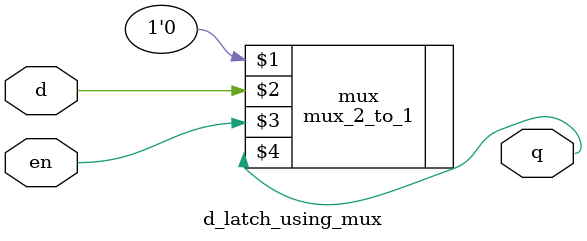
<source format=v>
module d_latch_using_mux
(
    input  en,
    input  d,
    output q
);

    mux_2_to_1 mux (1'b0, d, en, q);

endmodule


</source>
